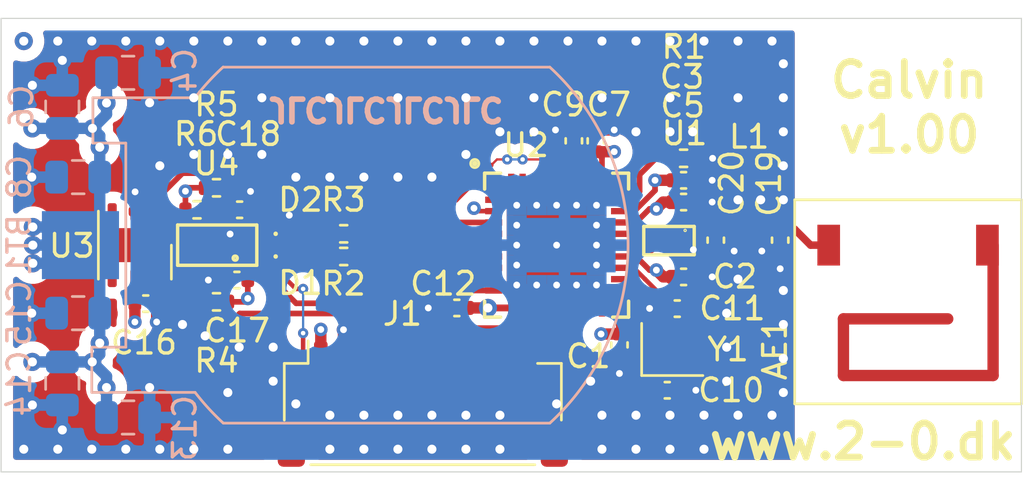
<source format=kicad_pcb>
(kicad_pcb (version 20171130) (host pcbnew 5.1.9-73d0e3b20d~88~ubuntu20.04.1)
  (title_block (title Calvin) (date 2021-04-10) (rev v1.00) (company www.2-0.dk))
  (layers (0 F.Cu signal) (1 In1.Cu power) (2 In2.Cu power) (31 B.Cu signal) (34 B.Paste user) (35 F.Paste user) (36 B.SilkS user) (37 F.SilkS user) (38 B.Mask user) (39 F.Mask user) (44 Edge.Cuts user))
  (net 0 "")
  (net 1 "Net-(AE1-Pad1)")
  (net 2 +3V3)
  (net 3 GND)
  (net 4 "Net-(C10-Pad2)")
  (net 5 "Net-(C11-Pad1)")
  (net 6 "Net-(R1-Pad1)")
  (net 7 "Net-(U1-Pad3)")
  (net 8 "Net-(U1-Pad2)")
  (net 9 "Net-(C9-Pad1)")
  (net 10 dbg_clock)
  (net 11 dbg_data)
  (net 12 dbg_reset)
  (net 13 dbg_rx)
  (net 14 dbg_tx)
  (net 15 P0_5)
  (net 16 led0)
  (net 17 led1)
  (net 18 P0_4)
  (net 19 P0_6)
  (net 20 "Net-(D1-Pad2)")
  (net 21 "Net-(D2-Pad2)")
  (net 22 i2c_scl)
  (net 23 i2c_sda)
  (net 24 "Net-(C18-Pad2)")
  (net 25 "Net-(C20-Pad1)")
  (module calvin:CR2032_HOLDER_02 (layer B.Cu) (at 147 100)
    (fp_text reference BT1 (at -16.2 0 90) (layer B.SilkS) (effects (justify mirror)))
    (fp_text value CE2032)
    (pad 1 smd trapezoid (at -13.5 0 180) (size 3.4 3) (layers B.Cu B.Paste B.Mask) (net 2 +3V3))
    (pad 2 smd trapezoid (at 7.85 0 180) (size 4.5 2.4) (layers B.Cu B.Paste B.Mask) (net 3 GND))
  )
  (module calvin:JST_SH_SM10B-SRSS-TB_1x10-1MP_P1.00mm_Horizontal (layer F.Cu) (at 148.6 107)
    (fp_text reference J1 (at -0.9 -3.97) (layer F.SilkS))
    (fp_text value Expansion)
    (pad MP smd roundrect (at 5.8 1.875) (size 1.2 1.8) (layers F.Cu F.Paste F.Mask) (roundrect_rratio 0.2083325))
    (pad MP smd roundrect (at -5.8 1.875) (size 1.2 1.8) (layers F.Cu F.Paste F.Mask) (roundrect_rratio 0.2083325))
    (pad 10 smd roundrect (at 4.5 -2) (size 0.6 1.55) (layers F.Cu F.Paste F.Mask) (net 19 P0_6))
    (pad 9 smd roundrect (at 3.5 -2) (size 0.6 1.55) (layers F.Cu F.Paste F.Mask) (net 11 dbg_data))
    (pad 8 smd roundrect (at 2.5 -2) (size 0.6 1.55) (layers F.Cu F.Paste F.Mask) (net 10 dbg_clock))
    (pad 7 smd roundrect (at 1.5 -2) (size 0.6 1.55) (layers F.Cu F.Paste F.Mask) (net 12 dbg_reset))
    (pad 6 smd roundrect (at 0.5 -2) (size 0.6 1.55) (layers F.Cu F.Paste F.Mask) (net 15 P0_5))
    (pad 5 smd roundrect (at -0.5 -2) (size 0.6 1.55) (layers F.Cu F.Paste F.Mask) (net 18 P0_4))
    (pad 4 smd roundrect (at -1.5 -2) (size 0.6 1.55) (layers F.Cu F.Paste F.Mask) (net 14 dbg_tx))
    (pad 3 smd roundrect (at -2.5 -2) (size 0.6 1.55) (layers F.Cu F.Paste F.Mask) (net 13 dbg_rx))
    (pad 2 smd roundrect (at -3.5 -2) (size 0.6 1.55) (layers F.Cu F.Paste F.Mask) (net 3 GND))
    (pad 1 smd roundrect (at -4.5 -2) (size 0.6 1.55) (layers F.Cu F.Paste F.Mask) (net 2 +3V3))
  )
  (module calvin:0868AT43A0020 (layer F.Cu) (at 170 100)
    (fp_text reference AE1 (at -5.87 4.59 90) (layer F.SilkS))
    (fp_text value 868MHz)
    (fp_line (start 3.75 0) (end 3.75 5.75) (layer F.Cu) (width 0.5))
    (fp_line (start 3.75 5.75) (end -2.85 5.75) (layer F.Cu) (width 0.5))
    (fp_line (start -2.85 5.75) (end -2.85 3.25) (layer F.Cu) (width 0.5))
    (fp_line (start -2.85 3.25) (end 1.75 3.25) (layer F.Cu) (width 0.5))
    (pad 2 smd trapezoid (at 3.5 0) (size 1 1.8) (layers F.Cu F.Paste F.Mask))
    (pad 1 smd trapezoid (at -3.5 0) (size 1 1.8) (layers F.Cu F.Paste F.Mask) (net 1 "Net-(AE1-Pad1)"))
  )
  (module calvin:BH1750 (layer F.Cu) (at 139.5 100 180)
    (fp_text reference U4 (at 0 3.6 180) (layer F.SilkS))
    (fp_text value BH1750)
    (pad 1 smd trapezoid (at -1.375 -0.5 180) (size 0.55 0.3) (layers F.Cu F.Paste F.Mask) (net 2 +3V3))
    (pad 6 smd trapezoid (at 1.375 -0.5 180) (size 0.55 0.25) (layers F.Cu F.Paste F.Mask) (net 22 i2c_scl))
    (pad 2 smd trapezoid (at -1.375 0 180) (size 0.55 0.25) (layers F.Cu F.Paste F.Mask) (net 3 GND))
    (pad 5 smd trapezoid (at 1.375 0 180) (size 0.55 0.25) (layers F.Cu F.Paste F.Mask) (net 24 "Net-(C18-Pad2)"))
    (pad 3 smd trapezoid (at -1.375 0.5 180) (size 0.55 0.25) (layers F.Cu F.Paste F.Mask) (net 3 GND))
    (pad 4 smd trapezoid (at 1.375 0.5 180) (size 0.55 0.25) (layers F.Cu F.Paste F.Mask) (net 23 i2c_sda))
  )
  (module Capacitor_SMD:C_0402_1005Metric (layer F.Cu) (at 157.2686 104.4 270)
    (fp_text reference C1 (at 0.5 1.3686 180) (layer F.SilkS))
    (fp_text value 220p)
    (pad 2 smd roundrect (at 0.48 0 270) (size 0.56 0.62) (layers F.Cu F.Paste F.Mask) (net 3 GND))
    (pad 1 smd roundrect (at -0.48 0 270) (size 0.56 0.62) (layers F.Cu F.Paste F.Mask) (net 2 +3V3))
  )
  (module Capacitor_SMD:C_0402_1005Metric (layer F.Cu) (at 160.1 101.4)
    (fp_text reference C2 (at 2.26 -0.01) (layer F.SilkS))
    (fp_text value 10n)
    (pad 2 smd roundrect (at 0.48 0) (size 0.56 0.62) (layers F.Cu F.Paste F.Mask) (net 3 GND))
    (pad 1 smd roundrect (at -0.48 0) (size 0.56 0.62) (layers F.Cu F.Paste F.Mask) (net 2 +3V3))
  )
  (module Capacitor_SMD:C_0402_1005Metric (layer F.Cu) (at 160.1 97.14)
    (fp_text reference C3 (at -0.07 -4.56) (layer F.SilkS))
    (fp_text value 2,2p)
    (pad 2 smd roundrect (at 0.48 0) (size 0.56 0.62) (layers F.Cu F.Paste F.Mask) (net 3 GND))
    (pad 1 smd roundrect (at -0.48 0) (size 0.56 0.62) (layers F.Cu F.Paste F.Mask) (net 2 +3V3))
  )
  (module Capacitor_SMD:C_0805_2012Metric (layer B.Cu) (at 135.6 92.4)
    (fp_text reference C4 (at 2.5 -0.11 90) (layer B.SilkS) (effects (justify mirror)))
    (fp_text value 10u)
    (pad 2 smd roundrect (at 0.95 0) (size 1 1.45) (layers B.Cu B.Paste B.Mask) (net 3 GND))
    (pad 1 smd roundrect (at -0.95 0) (size 1 1.45) (layers B.Cu B.Paste B.Mask) (net 2 +3V3))
  )
  (module Capacitor_SMD:C_0402_1005Metric (layer F.Cu) (at 160.1 98.1)
    (fp_text reference C5 (at -0.04 -4.25) (layer F.SilkS))
    (fp_text value 10n)
    (pad 2 smd roundrect (at 0.48 0) (size 0.56 0.62) (layers F.Cu F.Paste F.Mask) (net 3 GND))
    (pad 1 smd roundrect (at -0.48 0) (size 0.56 0.62) (layers F.Cu F.Paste F.Mask) (net 2 +3V3))
  )
  (module Capacitor_SMD:C_0805_2012Metric (layer B.Cu) (at 132.7 93.9 90)
    (fp_text reference C6 (at 0 -1.8 270) (layer B.SilkS) (effects (justify mirror)))
    (fp_text value 10u)
    (pad 2 smd roundrect (at 0.95 0 90) (size 1 1.45) (layers B.Cu B.Paste B.Mask) (net 3 GND))
    (pad 1 smd roundrect (at -0.95 0 90) (size 1 1.45) (layers B.Cu B.Paste B.Mask) (net 2 +3V3))
  )
  (module Capacitor_SMD:C_0402_1005Metric (layer F.Cu) (at 156.23 95.4 90)
    (fp_text reference C7 (at 1.6 0.57 180) (layer F.SilkS))
    (fp_text value 100n)
    (pad 2 smd roundrect (at 0.48 0 90) (size 0.56 0.62) (layers F.Cu F.Paste F.Mask) (net 3 GND))
    (pad 1 smd roundrect (at -0.48 0 90) (size 0.56 0.62) (layers F.Cu F.Paste F.Mask) (net 2 +3V3))
  )
  (module Capacitor_SMD:C_0805_2012Metric (layer B.Cu) (at 133.4 97 180)
    (fp_text reference C8 (at 2.6 0 90) (layer B.SilkS) (effects (justify mirror)))
    (fp_text value 10u)
    (pad 2 smd roundrect (at 0.95 0 180) (size 1 1.45) (layers B.Cu B.Paste B.Mask) (net 3 GND))
    (pad 1 smd roundrect (at -0.95 0 180) (size 1 1.45) (layers B.Cu B.Paste B.Mask) (net 2 +3V3))
  )
  (module Capacitor_SMD:C_0402_1005Metric (layer F.Cu) (at 155.26 95.4 90)
    (fp_text reference C9 (at 1.6 -0.46 180) (layer F.SilkS))
    (fp_text value 1u)
    (pad 2 smd roundrect (at 0.48 0 90) (size 0.56 0.62) (layers F.Cu F.Paste F.Mask) (net 3 GND))
    (pad 1 smd roundrect (at -0.48 0 90) (size 0.56 0.62) (layers F.Cu F.Paste F.Mask) (net 9 "Net-(C9-Pad1)"))
  )
  (module Capacitor_SMD:C_0402_1005Metric (layer F.Cu) (at 159.38 106.4 180)
    (fp_text reference C10 (at -2.82 0) (layer F.SilkS))
    (fp_text value 27p)
    (pad 2 smd roundrect (at 0.48 0 180) (size 0.56 0.62) (layers F.Cu F.Paste F.Mask) (net 4 "Net-(C10-Pad2)"))
    (pad 1 smd roundrect (at -0.48 0 180) (size 0.56 0.62) (layers F.Cu F.Paste F.Mask) (net 3 GND))
  )
  (module Capacitor_SMD:C_0402_1005Metric (layer F.Cu) (at 159.82 102.8 180)
    (fp_text reference C11 (at -2.43 0.01) (layer F.SilkS))
    (fp_text value 27p)
    (pad 2 smd roundrect (at 0.48 0 180) (size 0.56 0.62) (layers F.Cu F.Paste F.Mask) (net 3 GND))
    (pad 1 smd roundrect (at -0.48 0 180) (size 0.56 0.62) (layers F.Cu F.Paste F.Mask) (net 5 "Net-(C11-Pad1)"))
  )
  (module Capacitor_SMD:C_0402_1005Metric (layer F.Cu) (at 150.1 102.7686 180)
    (fp_text reference C12 (at 0.6 1.0686) (layer F.SilkS))
    (fp_text value 100n)
    (pad 2 smd roundrect (at 0.48 0 180) (size 0.56 0.62) (layers F.Cu F.Paste F.Mask) (net 3 GND))
    (pad 1 smd roundrect (at -0.48 0 180) (size 0.56 0.62) (layers F.Cu F.Paste F.Mask) (net 2 +3V3))
  )
  (module Resistor_SMD:R_0402_1005Metric (layer F.Cu) (at 160.1 96.17)
    (fp_text reference R1 (at 0.01 -4.91) (layer F.SilkS))
    (fp_text value 56k)
    (pad 2 smd roundrect (at 0.51 0) (size 0.54 0.64) (layers F.Cu F.Paste F.Mask) (net 3 GND))
    (pad 1 smd roundrect (at -0.51 0) (size 0.54 0.64) (layers F.Cu F.Paste F.Mask) (net 6 "Net-(R1-Pad1)"))
  )
  (module calvin:BALUN-CC1101 (layer F.Cu) (at 159.2686 99.75 180)
    (fp_text reference U1 (at -0.8714 4.68) (layer F.SilkS))
    (fp_text value BALUN-CC1101)
    (pad 2 smd circle (at 0.6 0.45 180) (size 0.32 0.32) (layers F.Cu F.Paste F.Mask) (net 8 "Net-(U1-Pad2)"))
    (pad 1 smd circle (at -0.6 0.45 180) (size 0.32 0.32) (layers F.Cu F.Paste F.Mask) (net 25 "Net-(C20-Pad1)"))
    (pad 4 smd circle (at -0.6 -0.45 180) (size 0.32 0.32) (layers F.Cu F.Paste F.Mask) (net 3 GND))
    (pad 3 smd circle (at 0.6 -0.45 180) (size 0.32 0.32) (layers F.Cu F.Paste F.Mask) (net 7 "Net-(U1-Pad3)"))
  )
  (module LED_SMD:LED_0402_1005Metric (layer F.Cu) (at 143.2 100.5)
    (fp_text reference D1 (at 0 1.17) (layer F.SilkS))
    (fp_text value LED)
    (pad 2 smd roundrect (at 0.485 0) (size 0.59 0.64) (layers F.Cu F.Paste F.Mask) (net 20 "Net-(D1-Pad2)"))
    (pad 1 smd roundrect (at -0.485 0) (size 0.59 0.64) (layers F.Cu F.Paste F.Mask) (net 3 GND))
  )
  (module LED_SMD:LED_0402_1005Metric (layer F.Cu) (at 143.2 99.5)
    (fp_text reference D2 (at 0 -1.5) (layer F.SilkS))
    (fp_text value LED)
    (pad 2 smd roundrect (at 0.485 0) (size 0.59 0.64) (layers F.Cu F.Paste F.Mask) (net 21 "Net-(D2-Pad2)"))
    (pad 1 smd roundrect (at -0.485 0) (size 0.59 0.64) (layers F.Cu F.Paste F.Mask) (net 3 GND))
  )
  (module Capacitor_SMD:C_0805_2012Metric (layer B.Cu) (at 135.6 107.6)
    (fp_text reference C13 (at 2.5 0.47 90) (layer B.SilkS) (effects (justify mirror)))
    (fp_text value 10u)
    (pad 2 smd roundrect (at 0.95 0) (size 1 1.45) (layers B.Cu B.Paste B.Mask) (net 3 GND))
    (pad 1 smd roundrect (at -0.95 0) (size 1 1.45) (layers B.Cu B.Paste B.Mask) (net 2 +3V3))
  )
  (module Capacitor_SMD:C_0805_2012Metric (layer B.Cu) (at 132.7 106.1 270)
    (fp_text reference C14 (at 0 1.9 90) (layer B.SilkS) (effects (justify mirror)))
    (fp_text value 10u)
    (pad 2 smd roundrect (at 0.95 0 270) (size 1 1.45) (layers B.Cu B.Paste B.Mask) (net 3 GND))
    (pad 1 smd roundrect (at -0.95 0 270) (size 1 1.45) (layers B.Cu B.Paste B.Mask) (net 2 +3V3))
  )
  (module Capacitor_SMD:C_0805_2012Metric (layer B.Cu) (at 133.4 103 180)
    (fp_text reference C15 (at 2.6 0 90) (layer B.SilkS) (effects (justify mirror)))
    (fp_text value 10u)
    (pad 2 smd roundrect (at 0.95 0 180) (size 1 1.45) (layers B.Cu B.Paste B.Mask) (net 3 GND))
    (pad 1 smd roundrect (at -0.95 0 180) (size 1 1.45) (layers B.Cu B.Paste B.Mask) (net 2 +3V3))
  )
  (module Capacitor_SMD:C_0402_1005Metric (layer F.Cu) (at 136.38 102.58 180)
    (fp_text reference C16 (at 0.08 -1.72) (layer F.SilkS))
    (fp_text value 100n)
    (pad 2 smd roundrect (at 0.48 0 180) (size 0.56 0.62) (layers F.Cu F.Paste F.Mask) (net 2 +3V3))
    (pad 1 smd roundrect (at -0.48 0 180) (size 0.56 0.62) (layers F.Cu F.Paste F.Mask) (net 3 GND))
  )
  (module Resistor_SMD:R_0402_1005Metric (layer F.Cu) (at 145.11 100.5 180)
    (fp_text reference R2 (at 0.01 -1.2) (layer F.SilkS))
    (fp_text value 1k)
    (pad 2 smd roundrect (at 0.51 0 180) (size 0.54 0.64) (layers F.Cu F.Paste F.Mask) (net 20 "Net-(D1-Pad2)"))
    (pad 1 smd roundrect (at -0.51 0 180) (size 0.54 0.64) (layers F.Cu F.Paste F.Mask) (net 16 led0))
  )
  (module Resistor_SMD:R_0402_1005Metric (layer F.Cu) (at 145.11 99.5 180)
    (fp_text reference R3 (at 0.01 1.5) (layer F.SilkS))
    (fp_text value 1k)
    (pad 2 smd roundrect (at 0.51 0 180) (size 0.54 0.64) (layers F.Cu F.Paste F.Mask) (net 21 "Net-(D2-Pad2)"))
    (pad 1 smd roundrect (at -0.51 0 180) (size 0.54 0.64) (layers F.Cu F.Paste F.Mask) (net 17 led1))
  )
  (module Resistor_SMD:R_0402_1005Metric (layer F.Cu) (at 139.5 102.5)
    (fp_text reference R4 (at 0 2.6) (layer F.SilkS))
    (fp_text value 4k7)
    (pad 2 smd roundrect (at 0.51 0) (size 0.54 0.64) (layers F.Cu F.Paste F.Mask) (net 2 +3V3))
    (pad 1 smd roundrect (at -0.51 0) (size 0.54 0.64) (layers F.Cu F.Paste F.Mask) (net 22 i2c_scl))
  )
  (module Resistor_SMD:R_0402_1005Metric (layer F.Cu) (at 139.5 97.47)
    (fp_text reference R5 (at 0 -3.67) (layer F.SilkS))
    (fp_text value 4k7)
    (pad 2 smd roundrect (at 0.51 0) (size 0.54 0.64) (layers F.Cu F.Paste F.Mask) (net 23 i2c_sda))
    (pad 1 smd roundrect (at -0.51 0) (size 0.54 0.64) (layers F.Cu F.Paste F.Mask) (net 2 +3V3))
  )
  (module Package_DFN_QFN:DFN-6-1EP_3x3mm_P1mm_EP1.5x2.4mm (layer F.Cu) (at 135.9 100 270)
    (fp_text reference U3 (at 0.03 2.78 180) (layer F.SilkS))
    (fp_text value Si7021-A20)
    (pad 7 smd rect (at 0 0 270) (size 1.5 2.4) (layers F.Cu F.Mask))
    (pad 6 smd roundrect (at 1.45 -1 270) (size 0.8 0.4) (layers F.Cu F.Paste F.Mask) (net 22 i2c_scl))
    (pad 5 smd roundrect (at 1.45 0 270) (size 0.8 0.4) (layers F.Cu F.Paste F.Mask) (net 2 +3V3))
    (pad 4 smd roundrect (at 1.45 1 270) (size 0.8 0.4) (layers F.Cu F.Paste F.Mask))
    (pad 3 smd roundrect (at -1.45 1 270) (size 0.8 0.4) (layers F.Cu F.Paste F.Mask))
    (pad 2 smd roundrect (at -1.45 0 270) (size 0.8 0.4) (layers F.Cu F.Paste F.Mask) (net 3 GND))
    (pad 1 smd roundrect (at -1.45 -1 270) (size 0.8 0.4) (layers F.Cu F.Paste F.Mask) (net 23 i2c_sda))
  )
  (module Capacitor_SMD:C_0402_1005Metric (layer F.Cu) (at 140.4 101.54)
    (fp_text reference C17 (at 0 2.23) (layer F.SilkS))
    (fp_text value 100n)
    (pad 2 smd roundrect (at 0.48 0) (size 0.56 0.62) (layers F.Cu F.Paste F.Mask) (net 2 +3V3))
    (pad 1 smd roundrect (at -0.48 0) (size 0.56 0.62) (layers F.Cu F.Paste F.Mask) (net 3 GND))
  )
  (module Capacitor_SMD:C_0402_1005Metric (layer F.Cu) (at 140.52 98.44 180)
    (fp_text reference C18 (at -0.38 3.34) (layer F.SilkS))
    (fp_text value 1u)
    (pad 2 smd roundrect (at 0.48 0 180) (size 0.56 0.62) (layers F.Cu F.Paste F.Mask) (net 24 "Net-(C18-Pad2)"))
    (pad 1 smd roundrect (at -0.48 0 180) (size 0.56 0.62) (layers F.Cu F.Paste F.Mask) (net 3 GND))
  )
  (module Resistor_SMD:R_0402_1005Metric (layer F.Cu) (at 138.64 98.44)
    (fp_text reference R6 (at -0.04 -3.34) (layer F.SilkS))
    (fp_text value 1k)
    (pad 2 smd roundrect (at 0.51 0) (size 0.54 0.64) (layers F.Cu F.Paste F.Mask) (net 24 "Net-(C18-Pad2)"))
    (pad 1 smd roundrect (at -0.51 0) (size 0.54 0.64) (layers F.Cu F.Paste F.Mask) (net 2 +3V3))
  )
  (module calvin:Crystal_SMD_2016-4Pin_2.0x1.6mm (layer F.Cu) (at 159.6 104.6)
    (fp_text reference Y1 (at 2.46 0) (layer F.SilkS))
    (fp_text value 26MHz)
    (pad 1 smd rect (at -0.7 0.55) (size 0.9 0.8) (layers F.Cu F.Paste F.Mask) (net 4 "Net-(C10-Pad2)"))
    (pad 2 smd rect (at 0.7 0.55) (size 0.9 0.8) (layers F.Cu F.Paste F.Mask) (net 3 GND))
    (pad 3 smd rect (at 0.7 -0.55) (size 0.9 0.8) (layers F.Cu F.Paste F.Mask) (net 5 "Net-(C11-Pad1)"))
    (pad 4 smd rect (at -0.7 -0.55) (size 0.9 0.8) (layers F.Cu F.Paste F.Mask) (net 3 GND))
  )
  (module Capacitor_SMD:C_0402_1005Metric (layer F.Cu) (at 164.36 99.78 90)
    (fp_text reference C19 (at 2.49 -0.49 90) (layer F.SilkS))
    (fp_text value 0,3p)
    (pad 2 smd roundrect (at 0.48 0 90) (size 0.56 0.62) (layers F.Cu F.Paste F.Mask) (net 1 "Net-(AE1-Pad1)"))
    (pad 1 smd roundrect (at -0.48 0 90) (size 0.56 0.62) (layers F.Cu F.Paste F.Mask) (net 3 GND))
  )
  (module Capacitor_SMD:C_0402_1005Metric (layer F.Cu) (at 161.52 99.78 270)
    (fp_text reference C20 (at -2.52 -0.7 90) (layer F.SilkS))
    (fp_text value 3,9p)
    (pad 1 smd roundrect (at -0.48 0 270) (size 0.56 0.62) (layers F.Cu F.Paste F.Mask) (net 25 "Net-(C20-Pad1)"))
    (pad 2 smd roundrect (at 0.48 0 270) (size 0.56 0.62) (layers F.Cu F.Paste F.Mask) (net 3 GND))
  )
  (module Inductor_SMD:L_0402_1005Metric (layer F.Cu) (at 162.94 99.3 180)
    (fp_text reference L1 (at -0.05 4.08) (layer F.SilkS))
    (fp_text value 18n)
    (pad 1 smd roundrect (at -0.485 0 180) (size 0.59 0.64) (layers F.Cu F.Paste F.Mask) (net 1 "Net-(AE1-Pad1)"))
    (pad 2 smd roundrect (at 0.485 0 180) (size 0.59 0.64) (layers F.Cu F.Paste F.Mask) (net 25 "Net-(C20-Pad1)"))
  )
  (module calvin:CC111x (layer F.Cu) (at 154.5 100)
    (fp_text reference U2 (at -1.35 -4.41) (layer F.SilkS))
    (fp_text value CC1110F32RHH)
    (pad 1 smd rect (at -2.775 -2) (size 0.75 0.28) (layers F.Cu F.Paste F.Mask) (clearance 0.075))
    (pad 2 smd rect (at -2.775 -1.5) (size 0.75 0.28) (layers F.Cu F.Paste F.Mask) (net 2 +3V3) (clearance 0.075))
    (pad 3 smd rect (at -2.775 -1) (size 0.75 0.28) (layers F.Cu F.Paste F.Mask) (net 17 led1) (clearance 0.075))
    (pad 4 smd rect (at -2.775 -0.5) (size 0.75 0.28) (layers F.Cu F.Paste F.Mask) (net 16 led0) (clearance 0.075))
    (pad 5 smd rect (at -2.775 0) (size 0.75 0.28) (layers F.Cu F.Paste F.Mask) (net 23 i2c_sda) (clearance 0.075))
    (pad 6 smd rect (at -2.775 0.5) (size 0.75 0.28) (layers F.Cu F.Paste F.Mask) (net 22 i2c_scl) (clearance 0.075))
    (pad 7 smd rect (at -2.775 1) (size 0.75 0.28) (layers F.Cu F.Paste F.Mask) (net 13 dbg_rx) (clearance 0.075))
    (pad 8 smd rect (at -2.775 1.5) (size 0.75 0.28) (layers F.Cu F.Paste F.Mask) (net 14 dbg_tx) (clearance 0.075))
    (pad 9 smd rect (at -2.775 2) (size 0.75 0.28) (layers F.Cu F.Paste F.Mask) (net 18 P0_4) (clearance 0.075))
    (pad 10 smd rect (at -2 2.775 90) (size 0.75 0.28) (layers F.Cu F.Paste F.Mask) (net 2 +3V3) (clearance 0.075))
    (pad 11 smd rect (at -1.5 2.775 90) (size 0.75 0.28) (layers F.Cu F.Paste F.Mask) (net 15 P0_5) (clearance 0.075))
    (pad 12 smd rect (at -1 2.775 90) (size 0.75 0.28) (layers F.Cu F.Paste F.Mask) (net 19 P0_6) (clearance 0.075))
    (pad 13 smd rect (at -0.5 2.775 90) (size 0.75 0.28) (layers F.Cu F.Paste F.Mask) (clearance 0.075))
    (pad 14 smd rect (at 0 2.775 90) (size 0.75 0.28) (layers F.Cu F.Paste F.Mask) (clearance 0.075))
    (pad 15 smd rect (at 0.5 2.775 90) (size 0.75 0.28) (layers F.Cu F.Paste F.Mask) (net 11 dbg_data) (clearance 0.075))
    (pad 16 smd rect (at 1 2.775 90) (size 0.75 0.28) (layers F.Cu F.Paste F.Mask) (net 10 dbg_clock) (clearance 0.075))
    (pad 17 smd rect (at 1.5 2.775 90) (size 0.75 0.28) (layers F.Cu F.Paste F.Mask) (clearance 0.075))
    (pad 18 smd rect (at 2 2.775 90) (size 0.75 0.28) (layers F.Cu F.Paste F.Mask) (clearance 0.075))
    (pad 19 smd rect (at 2.775 2) (size 0.75 0.28) (layers F.Cu F.Paste F.Mask) (net 2 +3V3) (clearance 0.075))
    (pad 20 smd rect (at 2.775 1.5) (size 0.75 0.28) (layers F.Cu F.Paste F.Mask) (net 4 "Net-(C10-Pad2)") (clearance 0.075))
    (pad 21 smd rect (at 2.775 1) (size 0.75 0.28) (layers F.Cu F.Paste F.Mask) (net 5 "Net-(C11-Pad1)") (clearance 0.075))
    (pad 22 smd rect (at 2.775 0.5) (size 0.75 0.28) (layers F.Cu F.Paste F.Mask) (net 2 +3V3) (clearance 0.075))
    (pad 23 smd rect (at 2.775 0) (size 0.75 0.28) (layers F.Cu F.Paste F.Mask) (net 7 "Net-(U1-Pad3)") (clearance 0.075))
    (pad 24 smd rect (at 2.775 -0.5) (size 0.75 0.28) (layers F.Cu F.Paste F.Mask) (net 8 "Net-(U1-Pad2)") (clearance 0.075))
    (pad 25 smd rect (at 2.775 -1) (size 0.75 0.28) (layers F.Cu F.Paste F.Mask) (net 2 +3V3) (clearance 0.075))
    (pad 26 smd rect (at 2.775 -1.5) (size 0.75 0.28) (layers F.Cu F.Paste F.Mask) (net 2 +3V3) (clearance 0.075))
    (pad 27 smd rect (at 2.775 -2) (size 0.75 0.28) (layers F.Cu F.Paste F.Mask) (net 6 "Net-(R1-Pad1)") (clearance 0.075))
    (pad 28 smd rect (at 2 -2.775 90) (size 0.75 0.28) (layers F.Cu F.Paste F.Mask) (net 2 +3V3) (clearance 0.075))
    (pad 29 smd rect (at 1.5 -2.775 90) (size 0.75 0.28) (layers F.Cu F.Paste F.Mask) (net 2 +3V3) (clearance 0.075))
    (pad 30 smd rect (at 1 -2.775 90) (size 0.75 0.28) (layers F.Cu F.Paste F.Mask) (net 9 "Net-(C9-Pad1)") (clearance 0.075))
    (pad 31 smd rect (at 0.5 -2.775 90) (size 0.75 0.28) (layers F.Cu F.Paste F.Mask) (net 12 dbg_reset) (clearance 0.075))
    (pad 32 smd rect (at 0 -2.775 90) (size 0.75 0.28) (layers F.Cu F.Paste F.Mask) (clearance 0.075))
    (pad 33 smd rect (at -0.5 -2.775 90) (size 0.75 0.28) (layers F.Cu F.Paste F.Mask) (clearance 0.075))
    (pad 34 smd rect (at -1 -2.775 90) (size 0.75 0.28) (layers F.Cu F.Paste F.Mask) (clearance 0.075))
    (pad 35 smd rect (at -1.5 -2.775 90) (size 0.75 0.28) (layers F.Cu F.Paste F.Mask) (clearance 0.075))
    (pad 36 smd rect (at -2 -2.775 90) (size 0.75 0.28) (layers F.Cu F.Paste F.Mask) (clearance 0.075))
    (pad 37 thru_hole rect (at 1.76 1.76) (size 0.88 0.88) (drill 0.3) (layers *.Cu) (net 3 GND))
    (pad 37 thru_hole rect (at 0 -1.76) (size 0.88 0.88) (drill 0.3) (layers *.Cu) (net 3 GND))
    (pad 37 thru_hole rect (at 0.88 -1.76) (size 0.88 0.88) (drill 0.3) (layers *.Cu) (net 3 GND))
    (pad 37 thru_hole rect (at 1.76 -1.76) (size 0.88 0.88) (drill 0.3) (layers *.Cu) (net 3 GND))
    (pad 37 smd rect (at 0 -0.88) (size 0.88 0.88) (layers F.Cu F.Paste F.Mask) (net 3 GND))
    (pad 37 smd rect (at 0.88 -0.88) (size 0.88 0.88) (layers F.Cu F.Paste F.Mask) (net 3 GND))
    (pad 37 thru_hole rect (at 1.76 -0.88) (size 0.88 0.88) (drill 0.3) (layers *.Cu) (net 3 GND))
    (pad 37 thru_hole rect (at 1.76 0) (size 0.88 0.88) (drill 0.3) (layers *.Cu) (net 3 GND))
    (pad 37 thru_hole rect (at 0 0) (size 0.88 0.88) (drill 0.3) (layers *.Cu) (net 3 GND))
    (pad 37 smd rect (at 0 0.88) (size 0.88 0.88) (layers F.Cu F.Paste F.Mask) (net 3 GND))
    (pad 37 thru_hole rect (at 0 1.76) (size 0.88 0.88) (drill 0.3) (layers *.Cu) (net 3 GND))
    (pad 37 smd rect (at 0.88 0) (size 0.88 0.88) (layers F.Cu F.Paste F.Mask) (net 3 GND))
    (pad 37 smd trapezoid (at 0.88 0.88) (size 0.88 0.88) (layers F.Cu F.Paste F.Mask) (net 3 GND))
    (pad 37 thru_hole rect (at 0.88 1.76) (size 0.88 0.88) (drill 0.3) (layers *.Cu) (net 3 GND))
    (pad 37 thru_hole rect (at 1.76 0.88) (size 0.88 0.88) (drill 0.3) (layers *.Cu) (net 3 GND))
    (pad 37 thru_hole rect (at -1.76 -1.76) (size 0.88 0.88) (drill 0.3) (layers *.Cu) (net 3 GND))
    (pad 37 smd rect (at -0.88 0) (size 0.88 0.88) (layers F.Cu F.Paste F.Mask) (net 3 GND))
    (pad 37 smd rect (at -0.88 0.88) (size 0.88 0.88) (layers F.Cu F.Paste F.Mask) (net 3 GND))
    (pad 37 thru_hole rect (at -0.88 1.76) (size 0.88 0.88) (drill 0.3) (layers *.Cu) (net 3 GND))
    (pad 37 thru_hole rect (at -1.76 0) (size 0.88 0.88) (drill 0.3) (layers *.Cu) (net 3 GND))
    (pad 37 thru_hole rect (at -1.76 0.88) (size 0.88 0.88) (drill 0.3) (layers *.Cu) (net 3 GND))
    (pad 37 thru_hole rect (at -1.76 1.76) (size 0.88 0.88) (drill 0.3) (layers *.Cu) (net 3 GND))
    (pad 37 thru_hole rect (at -0.88 -1.76) (size 0.88 0.88) (drill 0.3) (layers *.Cu) (net 3 GND))
    (pad 37 smd rect (at -0.88 -0.88) (size 0.88 0.88) (layers F.Cu F.Paste F.Mask) (net 3 GND))
    (pad 37 thru_hole rect (at -1.76 -0.88) (size 0.88 0.88) (drill 0.3) (layers *.Cu) (net 3 GND))
  )
  (gr_text www.2-0.dk (at 168 108.67) (layer F.SilkS) (effects (font (size 1.5 1.5) (thickness 0.3))))
  (gr_text JLCJLCJLCJLC (at 146.97 94.01 180) (layer B.SilkS) (effects (font (size 1 1) (thickness 0.25)) (justify mirror)))
  (gr_text "Calvin\nv1.00" (at 170.05 93.93) (layer F.SilkS) (effects (font (size 1.5 1.5) (thickness 0.3))))
  (gr_line (start 130 110) (end 130 90) (layer Edge.Cuts) (width 0.05))
  (gr_line (start 175 110) (end 130 110) (layer Edge.Cuts) (width 0.05))
  (gr_line (start 175 90) (end 175 110) (layer Edge.Cuts) (width 0.05))
  (gr_line (start 130 90) (end 175 90) (layer Edge.Cuts) (width 0.05))
  (via (at 131 91) (size 0.8) (drill 0.4) (layers F.Cu B.Cu) (net 0))
  (segment (start 163.425 99.3) (end 164.36 99.3) (width 0.33) (layer F.Cu) (net 1))
  (segment (start 165 99.3) (end 164.36 99.3) (width 0.33) (layer F.Cu) (net 1))
  (segment (start 165.7 100) (end 165 99.3) (width 0.33) (layer F.Cu) (net 1))
  (segment (start 166.5 100) (end 165.7 100) (width 0.33) (layer F.Cu) (net 1))
  (segment (start 157.2686 100.499999) (end 157.999999 100.499999) (width 0.25) (layer F.Cu) (net 2))
  (via (at 158.9 101.1) (size 0.6) (drill 0.3) (layers F.Cu B.Cu) (net 2))
  (segment (start 158.6 101.1) (end 158.9 101.1) (width 0.25) (layer F.Cu) (net 2))
  (segment (start 157.999999 100.499999) (end 158.6 101.1) (width 0.25) (layer F.Cu) (net 2))
  (segment (start 159.2 101.4) (end 158.9 101.1) (width 0.5) (layer F.Cu) (net 2))
  (segment (start 159.62 101.4) (end 159.2 101.4) (width 0.5) (layer F.Cu) (net 2))
  (via (at 158.9 98.4) (size 0.6) (drill 0.3) (layers F.Cu B.Cu) (net 2))
  (segment (start 159.2 98.1) (end 158.9 98.4) (width 0.5) (layer F.Cu) (net 2))
  (segment (start 159.62 98.1) (end 159.2 98.1) (width 0.5) (layer F.Cu) (net 2))
  (segment (start 158.6 98.4) (end 158.9 98.4) (width 0.25) (layer F.Cu) (net 2))
  (segment (start 158.000001 98.999999) (end 158.6 98.4) (width 0.25) (layer F.Cu) (net 2))
  (segment (start 157.2686 98.999999) (end 158.000001 98.999999) (width 0.25) (layer F.Cu) (net 2))
  (via (at 158.84 97.14) (size 0.6) (drill 0.3) (layers F.Cu B.Cu) (net 2))
  (segment (start 158.84 97.14) (end 159.62 97.14) (width 0.5) (layer F.Cu) (net 2))
  (segment (start 157.2686 98.5) (end 157.926411 98.5) (width 0.25) (layer F.Cu) (net 2))
  (segment (start 157.926411 98.5) (end 158.84 97.586411) (width 0.25) (layer F.Cu) (net 2))
  (segment (start 158.84 97.586411) (end 158.84 97.14) (width 0.25) (layer F.Cu) (net 2))
  (via (at 157.04 95.88) (size 0.6) (drill 0.3) (layers F.Cu B.Cu) (net 2))
  (segment (start 156.23 95.88) (end 157.04 95.88) (width 0.5) (layer F.Cu) (net 2))
  (segment (start 156 96.11) (end 156.23 95.88) (width 0.25) (layer F.Cu) (net 2))
  (segment (start 156 97.2314) (end 156 96.11) (width 0.25) (layer F.Cu) (net 2))
  (segment (start 156.500001 96.150001) (end 156.23 95.88) (width 0.25) (layer F.Cu) (net 2))
  (segment (start 156.500001 97.2314) (end 156.500001 96.150001) (width 0.25) (layer F.Cu) (net 2))
  (via (at 134.65 93.73) (size 0.8) (drill 0.4) (layers F.Cu B.Cu) (net 2))
  (segment (start 134.65 92.4) (end 134.65 93.73) (width 0.5) (layer B.Cu) (net 2))
  (via (at 134.03 94.85) (size 0.8) (drill 0.4) (layers F.Cu B.Cu) (net 2))
  (segment (start 132.7 94.85) (end 134.03 94.85) (width 0.5) (layer B.Cu) (net 2))
  (via (at 134.02 105.15) (size 0.8) (drill 0.4) (layers F.Cu B.Cu) (net 2))
  (segment (start 132.7 105.15) (end 134.02 105.15) (width 0.5) (layer B.Cu) (net 2))
  (via (at 134.65 106.28) (size 0.8) (drill 0.4) (layers F.Cu B.Cu) (net 2))
  (segment (start 134.65 107.6) (end 134.65 106.28) (width 0.5) (layer B.Cu) (net 2))
  (via (at 131.38 105.15) (size 0.8) (drill 0.4) (layers F.Cu B.Cu) (net 2))
  (segment (start 132.7 105.15) (end 131.38 105.15) (width 0.5) (layer B.Cu) (net 2))
  (via (at 131.38 94.85) (size 0.8) (drill 0.4) (layers F.Cu B.Cu) (net 2))
  (segment (start 132.7 94.85) (end 131.38 94.85) (width 0.5) (layer B.Cu) (net 2))
  (segment (start 133.5 100) (end 135 100) (width 0.25) (layer B.Cu) (net 2))
  (via (at 151.47 102.7686) (size 0.8) (drill 0.4) (layers F.Cu B.Cu) (net 2))
  (segment (start 152.499999 102.7686) (end 151.47 102.7686) (width 0.3) (layer F.Cu) (net 2))
  (segment (start 150.58 102.7686) (end 151.47 102.7686) (width 0.5) (layer F.Cu) (net 2))
  (via (at 135.9 103.39) (size 0.6) (drill 0.3) (layers F.Cu B.Cu) (net 2))
  (segment (start 157.2686 102.000001) (end 157.2686 103.92) (width 0.3) (layer F.Cu) (net 2))
  (via (at 156.46 103.92) (size 0.6) (drill 0.3) (layers F.Cu B.Cu) (net 2))
  (segment (start 157.2686 103.92) (end 156.46 103.92) (width 0.5) (layer F.Cu) (net 2))
  (via (at 131.4 100.8) (size 0.8) (drill 0.4) (layers F.Cu B.Cu) (net 2))
  (via (at 131.4 100) (size 0.8) (drill 0.4) (layers F.Cu B.Cu) (net 2))
  (via (at 131.4 99.2) (size 0.8) (drill 0.4) (layers F.Cu B.Cu) (net 2))
  (segment (start 133.5 100) (end 133.5 99.8) (width 0.25) (layer B.Cu) (net 2))
  (segment (start 132.9 99.2) (end 131.4 99.2) (width 0.5) (layer B.Cu) (net 2))
  (segment (start 133.5 99.8) (end 132.9 99.2) (width 0.25) (layer B.Cu) (net 2))
  (segment (start 133.5 100) (end 133.5 100.2) (width 0.25) (layer B.Cu) (net 2))
  (segment (start 132.9 100.8) (end 131.4 100.8) (width 0.5) (layer B.Cu) (net 2))
  (segment (start 133.5 100.2) (end 132.9 100.8) (width 0.25) (layer B.Cu) (net 2))
  (segment (start 131.4 100) (end 133.5 100) (width 0.5) (layer B.Cu) (net 2))
  (segment (start 134.35 99.15) (end 133.5 100) (width 0.25) (layer B.Cu) (net 2))
  (segment (start 134.35 97) (end 134.35 99.15) (width 0.5) (layer B.Cu) (net 2))
  (segment (start 134.35 100.85) (end 133.5 100) (width 0.25) (layer B.Cu) (net 2))
  (segment (start 134.35 103) (end 134.35 100.85) (width 0.5) (layer B.Cu) (net 2))
  (via (at 134.35 104.319994) (size 0.8) (drill 0.4) (layers F.Cu B.Cu) (net 2))
  (segment (start 134.35 103) (end 134.35 104.319994) (width 0.5) (layer B.Cu) (net 2))
  (via (at 134.35 95.680004) (size 0.8) (drill 0.4) (layers F.Cu B.Cu) (net 2))
  (segment (start 134.35 97) (end 134.35 95.680004) (width 0.5) (layer B.Cu) (net 2))
  (segment (start 134.35 95.17) (end 134.03 94.85) (width 0.5) (layer B.Cu) (net 2))
  (segment (start 134.35 95.680004) (end 134.35 95.17) (width 0.5) (layer B.Cu) (net 2))
  (segment (start 134.35 104.82) (end 134.02 105.15) (width 0.5) (layer B.Cu) (net 2))
  (segment (start 134.35 104.319994) (end 134.35 104.82) (width 0.5) (layer B.Cu) (net 2))
  (segment (start 134.65 105.78) (end 134.02 105.15) (width 0.5) (layer B.Cu) (net 2))
  (segment (start 134.65 106.28) (end 134.65 105.78) (width 0.5) (layer B.Cu) (net 2))
  (segment (start 134.65 94.23) (end 134.03 94.85) (width 0.5) (layer B.Cu) (net 2))
  (segment (start 134.65 93.73) (end 134.65 94.23) (width 0.5) (layer B.Cu) (net 2))
  (segment (start 135.9 102.58) (end 135.9 103.39) (width 0.5) (layer F.Cu) (net 2))
  (segment (start 135.9 101.45) (end 135.9 102.58) (width 0.25) (layer F.Cu) (net 2))
  (via (at 138.13 97.62) (size 0.6) (drill 0.3) (layers F.Cu B.Cu) (net 2))
  (segment (start 138.13 98.44) (end 138.13 97.62) (width 0.25) (layer F.Cu) (net 2))
  (via (at 140.88 102.35) (size 0.6) (drill 0.3) (layers F.Cu B.Cu) (net 2))
  (segment (start 140.88 101.54) (end 140.88 102.35) (width 0.25) (layer F.Cu) (net 2))
  (segment (start 140.875 101.535) (end 140.88 101.54) (width 0.2) (layer F.Cu) (net 2))
  (segment (start 140.875 100.5) (end 140.875 101.535) (width 0.25) (layer F.Cu) (net 2))
  (segment (start 138.28 97.47) (end 138.13 97.62) (width 0.25) (layer F.Cu) (net 2))
  (segment (start 138.99 97.47) (end 138.28 97.47) (width 0.25) (layer F.Cu) (net 2))
  (segment (start 140.73 102.5) (end 140.88 102.35) (width 0.25) (layer F.Cu) (net 2))
  (segment (start 140.01 102.5) (end 140.73 102.5) (width 0.25) (layer F.Cu) (net 2))
  (via (at 150.855117 98.37001) (size 0.6) (drill 0.3) (layers F.Cu B.Cu) (net 2))
  (segment (start 150.985107 98.5) (end 150.855117 98.37001) (width 0.2) (layer F.Cu) (net 2))
  (segment (start 151.7314 98.5) (end 150.985107 98.5) (width 0.2) (layer F.Cu) (net 2))
  (via (at 144.1 103.719994) (size 0.6) (drill 0.3) (layers F.Cu B.Cu) (net 2))
  (segment (start 144.1 103.719994) (end 144.1 105) (width 0.5) (layer F.Cu) (net 2))
  (via (at 160.64 106.4) (size 0.6) (drill 0.3) (layers F.Cu B.Cu) (net 3))
  (segment (start 159.86 106.4) (end 160.64 106.4) (width 0.2) (layer F.Cu) (net 3))
  (segment (start 160.3 106.06) (end 160.64 106.4) (width 0.2) (layer F.Cu) (net 3))
  (via (at 161.36 98.1) (size 0.6) (drill 0.3) (layers F.Cu B.Cu) (net 3))
  (segment (start 160.58 98.1) (end 161.36 98.1) (width 0.5) (layer F.Cu) (net 3))
  (via (at 161.36 97.14) (size 0.6) (drill 0.3) (layers F.Cu B.Cu) (net 3))
  (segment (start 160.58 97.14) (end 161.36 97.14) (width 0.5) (layer F.Cu) (net 3))
  (via (at 161.38 96.17) (size 0.6) (drill 0.3) (layers F.Cu B.Cu) (net 3))
  (segment (start 160.61 96.17) (end 161.38 96.17) (width 0.25) (layer F.Cu) (net 3))
  (via (at 157.04 94.92) (size 0.6) (drill 0.3) (layers F.Cu B.Cu) (net 3))
  (segment (start 156.23 94.92) (end 157.04 94.92) (width 0.5) (layer F.Cu) (net 3))
  (via (at 154.45 94.92) (size 0.6) (drill 0.3) (layers F.Cu B.Cu) (net 3))
  (segment (start 155.26 94.92) (end 154.45 94.92) (width 0.5) (layer F.Cu) (net 3))
  (segment (start 160.3 106.06) (end 160.3 105.15) (width 0.2) (layer F.Cu) (net 3))
  (via (at 157.27 105.66) (size 0.6) (drill 0.3) (layers F.Cu B.Cu) (net 3))
  (segment (start 157.2686 104.88) (end 157.2686 105.6586) (width 0.5) (layer F.Cu) (net 3))
  (segment (start 157.2686 105.6586) (end 157.27 105.66) (width 0.25) (layer F.Cu) (net 3))
  (via (at 132.7 91.85) (size 0.8) (drill 0.4) (layers F.Cu B.Cu) (net 3))
  (segment (start 132.7 92.95) (end 132.7 91.85) (width 0.5) (layer B.Cu) (net 3))
  (via (at 131.35 97) (size 0.8) (drill 0.4) (layers F.Cu B.Cu) (net 3))
  (segment (start 132.45 97) (end 131.35 97) (width 0.5) (layer B.Cu) (net 3))
  (via (at 131.35 103) (size 0.8) (drill 0.4) (layers F.Cu B.Cu) (net 3))
  (segment (start 132.45 103) (end 131.35 103) (width 0.5) (layer B.Cu) (net 3))
  (via (at 132.7 108.15) (size 0.8) (drill 0.4) (layers F.Cu B.Cu) (net 3))
  (segment (start 132.7 107.05) (end 132.7 108.15) (width 0.5) (layer B.Cu) (net 3))
  (via (at 136.55 106.28) (size 0.8) (drill 0.4) (layers F.Cu B.Cu) (net 3))
  (segment (start 136.55 107.6) (end 136.55 106.28) (width 0.5) (layer B.Cu) (net 3))
  (via (at 131.38 107.05) (size 0.8) (drill 0.4) (layers F.Cu B.Cu) (net 3))
  (segment (start 132.7 107.05) (end 131.38 107.05) (width 0.5) (layer B.Cu) (net 3))
  (via (at 131.38 92.95) (size 0.8) (drill 0.4) (layers F.Cu B.Cu) (net 3))
  (segment (start 132.7 92.95) (end 131.38 92.95) (width 0.5) (layer B.Cu) (net 3))
  (via (at 136.55 93.72) (size 0.8) (drill 0.4) (layers F.Cu B.Cu) (net 3))
  (segment (start 136.55 92.4) (end 136.55 93.72) (width 0.5) (layer B.Cu) (net 3))
  (via (at 148.84 102.77) (size 0.6) (drill 0.3) (layers F.Cu B.Cu) (net 3))
  (segment (start 148.8414 102.7686) (end 148.84 102.77) (width 0.25) (layer F.Cu) (net 3))
  (segment (start 149.62 102.7686) (end 148.8414 102.7686) (width 0.5) (layer F.Cu) (net 3))
  (via (at 136.86 103.39) (size 0.6) (drill 0.3) (layers F.Cu B.Cu) (net 3))
  (via (at 158.6 102.79) (size 0.6) (drill 0.3) (layers F.Cu B.Cu) (net 3))
  (segment (start 158.61 102.8) (end 158.6 102.79) (width 0.25) (layer F.Cu) (net 3))
  (segment (start 159.34 102.8) (end 158.61 102.8) (width 0.25) (layer F.Cu) (net 3))
  (segment (start 158.9 103.09) (end 158.6 102.79) (width 0.25) (layer F.Cu) (net 3))
  (segment (start 158.9 104.05) (end 158.9 103.09) (width 0.25) (layer F.Cu) (net 3))
  (via (at 135.91 97.65) (size 0.6) (drill 0.3) (layers F.Cu B.Cu) (net 3))
  (segment (start 135.9 97.66) (end 135.91 97.65) (width 0.25) (layer F.Cu) (net 3))
  (segment (start 135.9 98.55) (end 135.9 97.66) (width 0.25) (layer F.Cu) (net 3))
  (segment (start 136.86 102.58) (end 136.86 103.39) (width 0.5) (layer F.Cu) (net 3))
  (segment (start 141.11 98.56) (end 141.12 98.55) (width 0.25) (layer F.Cu) (net 3))
  (via (at 141 97.63) (size 0.6) (drill 0.3) (layers F.Cu B.Cu) (net 3))
  (segment (start 141 98.44) (end 141 97.63) (width 0.25) (layer F.Cu) (net 3))
  (via (at 140.1 99.51) (size 0.6) (drill 0.3) (layers F.Cu B.Cu) (net 3))
  (segment (start 140.11 99.5) (end 140.1 99.51) (width 0.2) (layer F.Cu) (net 3))
  (segment (start 140.875 99.5) (end 140.11 99.5) (width 0.2) (layer F.Cu) (net 3))
  (segment (start 140.59 100) (end 140.1 99.51) (width 0.2) (layer F.Cu) (net 3))
  (segment (start 140.875 100) (end 140.59 100) (width 0.2) (layer F.Cu) (net 3))
  (via (at 139.140012 101.54) (size 0.6) (drill 0.3) (layers F.Cu B.Cu) (net 3))
  (segment (start 139.92 101.54) (end 139.140012 101.54) (width 0.5) (layer F.Cu) (net 3))
  (via (at 142.71 98.68) (size 0.6) (drill 0.3) (layers F.Cu B.Cu) (net 3))
  (segment (start 142.715 98.685) (end 142.71 98.68) (width 0.25) (layer F.Cu) (net 3))
  (segment (start 142.715 99.5) (end 142.715 98.685) (width 0.25) (layer F.Cu) (net 3))
  (segment (start 142.715 99.5) (end 142.715 100.5) (width 0.2) (layer F.Cu) (net 3))
  (via (at 145.1 103.730004) (size 0.6) (drill 0.3) (layers F.Cu B.Cu) (net 3))
  (segment (start 145.1 105) (end 145.1 103.730004) (width 0.5) (layer F.Cu) (net 3))
  (via (at 163.55 100.26) (size 0.6) (drill 0.3) (layers F.Cu B.Cu) (net 3))
  (segment (start 164.36 100.26) (end 163.55 100.26) (width 0.5) (layer F.Cu) (net 3))
  (via (at 164.36 101.04) (size 0.6) (drill 0.3) (layers F.Cu B.Cu) (net 3))
  (segment (start 164.36 100.26) (end 164.36 101.04) (width 0.5) (layer F.Cu) (net 3))
  (via (at 162.33 100.26) (size 0.6) (drill 0.3) (layers F.Cu B.Cu) (net 3))
  (segment (start 161.52 100.26) (end 162.33 100.26) (width 0.5) (layer F.Cu) (net 3))
  (via (at 160.53 100.2) (size 0.6) (drill 0.3) (layers F.Cu B.Cu) (net 3))
  (segment (start 160.59 100.26) (end 160.53 100.2) (width 0.5) (layer F.Cu) (net 3))
  (segment (start 161.52 100.26) (end 160.59 100.26) (width 0.5) (layer F.Cu) (net 3))
  (segment (start 159.8686 100.2) (end 160.53 100.2) (width 0.5) (layer F.Cu) (net 3))
  (via (at 161.36002 101.4) (size 0.6) (drill 0.3) (layers F.Cu B.Cu) (net 3))
  (segment (start 160.58 101.4) (end 161.36002 101.4) (width 0.5) (layer F.Cu) (net 3))
  (via (at 132.5 91) (size 0.8) (drill 0.4) (layers F.Cu B.Cu) (net 3))
  (via (at 134 91) (size 0.8) (drill 0.4) (layers F.Cu B.Cu) (net 3))
  (via (at 135.5 91) (size 0.8) (drill 0.4) (layers F.Cu B.Cu) (net 3))
  (via (at 137 91) (size 0.8) (drill 0.4) (layers F.Cu B.Cu) (net 3))
  (via (at 138.5 91) (size 0.8) (drill 0.4) (layers F.Cu B.Cu) (net 3))
  (via (at 140 91) (size 0.8) (drill 0.4) (layers F.Cu B.Cu) (net 3))
  (via (at 141.5 91) (size 0.8) (drill 0.4) (layers F.Cu B.Cu) (net 3))
  (via (at 143 91) (size 0.8) (drill 0.4) (layers F.Cu B.Cu) (net 3))
  (via (at 144.5 91) (size 0.8) (drill 0.4) (layers F.Cu B.Cu) (net 3))
  (via (at 146 91) (size 0.8) (drill 0.4) (layers F.Cu B.Cu) (net 3))
  (via (at 147.5 91) (size 0.8) (drill 0.4) (layers F.Cu B.Cu) (net 3))
  (via (at 149 91) (size 0.8) (drill 0.4) (layers F.Cu B.Cu) (net 3))
  (via (at 150.5 91) (size 0.8) (drill 0.4) (layers F.Cu B.Cu) (net 3))
  (via (at 152 91) (size 0.8) (drill 0.4) (layers F.Cu B.Cu) (net 3))
  (via (at 153.5 91) (size 0.8) (drill 0.4) (layers F.Cu B.Cu) (net 3))
  (via (at 155 91) (size 0.8) (drill 0.4) (layers F.Cu B.Cu) (net 3))
  (via (at 156.5 91) (size 0.8) (drill 0.4) (layers F.Cu B.Cu) (net 3))
  (via (at 158 91) (size 0.8) (drill 0.4) (layers F.Cu B.Cu) (net 3))
  (via (at 159.5 91) (size 0.8) (drill 0.4) (layers F.Cu B.Cu) (net 3))
  (via (at 161 91) (size 0.8) (drill 0.4) (layers F.Cu B.Cu) (net 3))
  (via (at 162.5 91) (size 0.8) (drill 0.4) (layers F.Cu B.Cu) (net 3))
  (via (at 164 91) (size 0.8) (drill 0.4) (layers F.Cu B.Cu) (net 3))
  (via (at 164.5 92) (size 0.8) (drill 0.4) (layers F.Cu B.Cu) (net 3))
  (via (at 164.5 93.5) (size 0.8) (drill 0.4) (layers F.Cu B.Cu) (net 3))
  (via (at 164.5 95) (size 0.8) (drill 0.4) (layers F.Cu B.Cu) (net 3))
  (via (at 164.5 96.5) (size 0.8) (drill 0.4) (layers F.Cu B.Cu) (net 3))
  (via (at 164.5 98) (size 0.8) (drill 0.4) (layers F.Cu B.Cu) (net 3))
  (via (at 163.5 98) (size 0.8) (drill 0.4) (layers F.Cu B.Cu) (net 3))
  (via (at 162.5 98) (size 0.8) (drill 0.4) (layers F.Cu B.Cu) (net 3))
  (via (at 164 107.5) (size 0.8) (drill 0.4) (layers F.Cu B.Cu) (net 3))
  (via (at 164.5 106.5) (size 0.8) (drill 0.4) (layers F.Cu B.Cu) (net 3))
  (via (at 164.5 105) (size 0.8) (drill 0.4) (layers F.Cu B.Cu) (net 3))
  (via (at 164.5 103.5) (size 0.8) (drill 0.4) (layers F.Cu B.Cu) (net 3))
  (via (at 164.5 102) (size 0.8) (drill 0.4) (layers F.Cu B.Cu) (net 3))
  (via (at 161 109) (size 0.8) (drill 0.4) (layers F.Cu B.Cu) (net 3))
  (via (at 159.5 109) (size 0.8) (drill 0.4) (layers F.Cu B.Cu) (net 3))
  (via (at 158 109) (size 0.8) (drill 0.4) (layers F.Cu B.Cu) (net 3))
  (via (at 156.5 109) (size 0.8) (drill 0.4) (layers F.Cu B.Cu) (net 3))
  (via (at 152 109) (size 0.8) (drill 0.4) (layers F.Cu B.Cu) (net 3))
  (via (at 150.5 109) (size 0.8) (drill 0.4) (layers F.Cu B.Cu) (net 3))
  (via (at 149 109) (size 0.8) (drill 0.4) (layers F.Cu B.Cu) (net 3))
  (via (at 147.5 109) (size 0.8) (drill 0.4) (layers F.Cu B.Cu) (net 3))
  (via (at 146 109) (size 0.8) (drill 0.4) (layers F.Cu B.Cu) (net 3))
  (via (at 144.5 109) (size 0.8) (drill 0.4) (layers F.Cu B.Cu) (net 3))
  (via (at 154.5 107) (size 0.8) (drill 0.4) (layers F.Cu B.Cu) (net 3))
  (via (at 140 109) (size 0.8) (drill 0.4) (layers F.Cu B.Cu) (net 3))
  (via (at 138.5 109) (size 0.8) (drill 0.4) (layers F.Cu B.Cu) (net 3))
  (via (at 137 109) (size 0.8) (drill 0.4) (layers F.Cu B.Cu) (net 3))
  (via (at 135.5 109) (size 0.8) (drill 0.4) (layers F.Cu B.Cu) (net 3))
  (via (at 134 109) (size 0.8) (drill 0.4) (layers F.Cu B.Cu) (net 3))
  (via (at 132.5 109) (size 0.8) (drill 0.4) (layers F.Cu B.Cu) (net 3))
  (via (at 131 109) (size 0.8) (drill 0.4) (layers F.Cu B.Cu) (net 3))
  (via (at 138 103.5) (size 0.8) (drill 0.4) (layers F.Cu B.Cu) (net 3))
  (via (at 139 104) (size 0.8) (drill 0.4) (layers F.Cu B.Cu) (net 3))
  (via (at 142 104.5) (size 0.8) (drill 0.4) (layers F.Cu B.Cu) (net 3))
  (via (at 140.5 104.5) (size 0.8) (drill 0.4) (layers F.Cu B.Cu) (net 3))
  (via (at 142 106) (size 0.8) (drill 0.4) (layers F.Cu B.Cu) (net 3))
  (via (at 143 107) (size 0.8) (drill 0.4) (layers F.Cu B.Cu) (net 3))
  (via (at 144.5 107.5) (size 0.8) (drill 0.4) (layers F.Cu B.Cu) (net 3))
  (via (at 146 107.5) (size 0.8) (drill 0.4) (layers F.Cu B.Cu) (net 3))
  (via (at 147.5 107.5) (size 0.8) (drill 0.4) (layers F.Cu B.Cu) (net 3))
  (via (at 149 107.5) (size 0.8) (drill 0.4) (layers F.Cu B.Cu) (net 3))
  (via (at 150.5 107.5) (size 0.8) (drill 0.4) (layers F.Cu B.Cu) (net 3))
  (via (at 152 107.5) (size 0.8) (drill 0.4) (layers F.Cu B.Cu) (net 3))
  (via (at 156 106) (size 0.8) (drill 0.4) (layers F.Cu B.Cu) (net 3))
  (via (at 158 107.5) (size 0.8) (drill 0.4) (layers F.Cu B.Cu) (net 3))
  (via (at 159.5 107.5) (size 0.8) (drill 0.4) (layers F.Cu B.Cu) (net 3))
  (via (at 161 107.5) (size 0.8) (drill 0.4) (layers F.Cu B.Cu) (net 3))
  (via (at 162 106) (size 0.8) (drill 0.4) (layers F.Cu B.Cu) (net 3))
  (via (at 162 104.5) (size 0.8) (drill 0.4) (layers F.Cu B.Cu) (net 3))
  (via (at 162 103) (size 0.8) (drill 0.4) (layers F.Cu B.Cu) (net 3))
  (via (at 162.5 101.5) (size 0.8) (drill 0.4) (layers F.Cu B.Cu) (net 3))
  (via (at 160.5 95) (size 0.8) (drill 0.4) (layers F.Cu B.Cu) (net 3))
  (via (at 159.5 95) (size 0.8) (drill 0.4) (layers F.Cu B.Cu) (net 3))
  (via (at 158 95) (size 0.8) (drill 0.4) (layers F.Cu B.Cu) (net 3))
  (via (at 153.5 95) (size 0.8) (drill 0.4) (layers F.Cu B.Cu) (net 3))
  (via (at 152 95) (size 0.8) (drill 0.4) (layers F.Cu B.Cu) (net 3))
  (via (at 150.5 96) (size 0.8) (drill 0.4) (layers F.Cu B.Cu) (net 3))
  (via (at 149 97) (size 0.8) (drill 0.4) (layers F.Cu B.Cu) (net 3))
  (via (at 147.5 97) (size 0.8) (drill 0.4) (layers F.Cu B.Cu) (net 3))
  (via (at 146 97) (size 0.8) (drill 0.4) (layers F.Cu B.Cu) (net 3))
  (via (at 144.5 97) (size 0.8) (drill 0.4) (layers F.Cu B.Cu) (net 3))
  (via (at 143 97) (size 0.8) (drill 0.4) (layers F.Cu B.Cu) (net 3))
  (via (at 141.5 96) (size 0.8) (drill 0.4) (layers F.Cu B.Cu) (net 3))
  (via (at 140 96) (size 0.8) (drill 0.4) (layers F.Cu B.Cu) (net 3))
  (via (at 138.5 96) (size 0.8) (drill 0.4) (layers F.Cu B.Cu) (net 3))
  (via (at 137 96.5) (size 0.8) (drill 0.4) (layers F.Cu B.Cu) (net 3))
  (via (at 156.5 107.5) (size 0.8) (drill 0.4) (layers F.Cu B.Cu) (net 3))
  (via (at 162.5 107.5) (size 0.8) (drill 0.4) (layers F.Cu B.Cu) (net 3))
  (via (at 150.5 93.5) (size 0.8) (drill 0.4) (layers F.Cu B.Cu) (net 3))
  (via (at 147.5 93.5) (size 0.8) (drill 0.4) (layers F.Cu B.Cu) (net 3))
  (via (at 144.5 93.5) (size 0.8) (drill 0.4) (layers F.Cu B.Cu) (net 3))
  (via (at 141.5 93.5) (size 0.8) (drill 0.4) (layers F.Cu B.Cu) (net 3))
  (via (at 138.5 93.5) (size 0.8) (drill 0.4) (layers F.Cu B.Cu) (net 3))
  (via (at 153.5 93.5) (size 0.8) (drill 0.4) (layers F.Cu B.Cu) (net 3))
  (via (at 156.5 93.5) (size 0.8) (drill 0.4) (layers F.Cu B.Cu) (net 3))
  (via (at 159.5 93.5) (size 0.8) (drill 0.4) (layers F.Cu B.Cu) (net 3))
  (via (at 162.5 93.5) (size 0.8) (drill 0.4) (layers F.Cu B.Cu) (net 3))
  (via (at 140 106.5) (size 0.8) (drill 0.4) (layers F.Cu B.Cu) (net 3))
  (segment (start 157.829301 101.5) (end 158 101.670699) (width 0.2) (layer F.Cu) (net 4))
  (segment (start 157.2686 101.5) (end 157.829301 101.5) (width 0.2) (layer F.Cu) (net 4))
  (segment (start 158 104.9) (end 158.25 105.15) (width 0.2) (layer F.Cu) (net 4))
  (segment (start 158.25 105.15) (end 158.9 105.15) (width 0.2) (layer F.Cu) (net 4))
  (segment (start 158 101.670699) (end 158 104.9) (width 0.2) (layer F.Cu) (net 4))
  (segment (start 158.9 106.4) (end 158.9 105.15) (width 0.2) (layer F.Cu) (net 4))
  (segment (start 160.3 102.8) (end 160.3 104.05) (width 0.2) (layer F.Cu) (net 5))
  (segment (start 160.14 102.1) (end 160.3 102.26) (width 0.2) (layer F.Cu) (net 5))
  (segment (start 159 102.1) (end 160.14 102.1) (width 0.2) (layer F.Cu) (net 5))
  (segment (start 158.401064 101.501064) (end 159 102.1) (width 0.2) (layer F.Cu) (net 5))
  (segment (start 158.40001 101.501064) (end 158.401064 101.501064) (width 0.2) (layer F.Cu) (net 5))
  (segment (start 157.898947 101.000001) (end 158.40001 101.501064) (width 0.2) (layer F.Cu) (net 5))
  (segment (start 160.3 102.26) (end 160.3 102.8) (width 0.2) (layer F.Cu) (net 5))
  (segment (start 157.2686 101.000001) (end 157.898947 101.000001) (width 0.2) (layer F.Cu) (net 5))
  (segment (start 158.88 96.17) (end 159.59 96.17) (width 0.25) (layer F.Cu) (net 6))
  (segment (start 158.16 97.63) (end 158.16 96.89) (width 0.25) (layer F.Cu) (net 6))
  (segment (start 157.2686 97.999999) (end 157.790001 97.999999) (width 0.25) (layer F.Cu) (net 6))
  (segment (start 158.16 96.89) (end 158.88 96.17) (width 0.25) (layer F.Cu) (net 6))
  (segment (start 157.790001 97.999999) (end 158.16 97.63) (width 0.25) (layer F.Cu) (net 6))
  (segment (start 158.4686 100) (end 158.6686 100.2) (width 0.25) (layer F.Cu) (net 7))
  (segment (start 157.2686 100) (end 158.4686 100) (width 0.25) (layer F.Cu) (net 7))
  (segment (start 158.468599 99.500001) (end 158.6686 99.3) (width 0.25) (layer F.Cu) (net 8))
  (segment (start 157.2686 99.500001) (end 158.468599 99.500001) (width 0.25) (layer F.Cu) (net 8))
  (segment (start 155.500001 96.120001) (end 155.26 95.88) (width 0.25) (layer F.Cu) (net 9))
  (segment (start 155.500001 97.2314) (end 155.500001 96.120001) (width 0.25) (layer F.Cu) (net 9))
  (segment (start 153.65 106.58) (end 151.54 106.58) (width 0.25) (layer F.Cu) (net 10))
  (segment (start 151.1 106.14) (end 151.1 105) (width 0.25) (layer F.Cu) (net 10))
  (segment (start 151.54 106.58) (end 151.1 106.14) (width 0.25) (layer F.Cu) (net 10))
  (segment (start 155.500001 104.729999) (end 153.65 106.58) (width 0.25) (layer F.Cu) (net 10))
  (segment (start 155.500001 102.7686) (end 155.500001 104.729999) (width 0.25) (layer F.Cu) (net 10))
  (segment (start 152.1 105.99) (end 152.1 105) (width 0.25) (layer F.Cu) (net 11))
  (segment (start 152.239989 106.129989) (end 152.1 105.99) (width 0.25) (layer F.Cu) (net 11))
  (segment (start 153.460011 106.129989) (end 152.239989 106.129989) (width 0.25) (layer F.Cu) (net 11))
  (segment (start 154.999999 104.590001) (end 153.460011 106.129989) (width 0.25) (layer F.Cu) (net 11))
  (segment (start 154.999999 102.7686) (end 154.999999 104.590001) (width 0.25) (layer F.Cu) (net 11))
  (via (at 143.319996 103.88) (size 0.45) (drill 0.2) (layers F.Cu B.Cu) (net 12))
  (via (at 152.32 96.22) (size 0.45) (drill 0.2) (layers F.Cu B.Cu) (net 12))
  (segment (start 151.87 96.22) (end 151.62 96.47) (width 0.1) (layer F.Cu) (net 12))
  (segment (start 152.32 96.22) (end 151.87 96.22) (width 0.1) (layer F.Cu) (net 12))
  (via (at 153.000008 96.22) (size 0.45) (drill 0.2) (layers F.Cu B.Cu) (net 12))
  (segment (start 152.32 96.22) (end 153.000008 96.22) (width 0.1) (layer B.Cu) (net 12))
  (segment (start 154.56 96.22) (end 153.000008 96.22) (width 0.1) (layer F.Cu) (net 12))
  (segment (start 154.999999 96.659999) (end 154.56 96.22) (width 0.1) (layer F.Cu) (net 12))
  (segment (start 154.999999 97.2314) (end 154.999999 96.659999) (width 0.1) (layer F.Cu) (net 12))
  (segment (start 143.319996 105.739996) (end 143.319996 103.88) (width 0.2) (layer F.Cu) (net 12))
  (segment (start 143.81 106.23) (end 143.319996 105.739996) (width 0.2) (layer F.Cu) (net 12))
  (segment (start 149.88 106.23) (end 143.81 106.23) (width 0.2) (layer F.Cu) (net 12))
  (segment (start 150.1 106.01) (end 149.88 106.23) (width 0.2) (layer F.Cu) (net 12))
  (segment (start 150.1 105) (end 150.1 106.01) (width 0.2) (layer F.Cu) (net 12))
  (segment (start 143.320012 101.930014) (end 143.319998 101.93) (width 0.2) (layer B.Cu) (net 12))
  (via (at 143.319998 101.93) (size 0.45) (drill 0.2) (layers F.Cu B.Cu) (net 12))
  (segment (start 143.319998 103.879998) (end 143.319996 103.88) (width 0.1) (layer B.Cu) (net 12))
  (segment (start 143.319998 101.93) (end 143.319998 103.879998) (width 0.1) (layer B.Cu) (net 12))
  (segment (start 142.07 100.9982) (end 143.0018 101.93) (width 0.2) (layer F.Cu) (net 12))
  (segment (start 143.0018 101.93) (end 143.319998 101.93) (width 0.2) (layer F.Cu) (net 12))
  (segment (start 142.07 98.46) (end 142.07 100.9982) (width 0.2) (layer F.Cu) (net 12))
  (segment (start 142.51 98.02) (end 142.07 98.46) (width 0.2) (layer F.Cu) (net 12))
  (segment (start 150.07 98.02) (end 142.51 98.02) (width 0.2) (layer F.Cu) (net 12))
  (segment (start 151.62 96.47) (end 150.07 98.02) (width 0.2) (layer F.Cu) (net 12))
  (segment (start 146.1 103.12) (end 146.1 105) (width 0.25) (layer F.Cu) (net 13))
  (segment (start 148.219999 101.000001) (end 146.1 103.12) (width 0.25) (layer F.Cu) (net 13))
  (segment (start 151.7314 101.000001) (end 148.219999 101.000001) (width 0.25) (layer F.Cu) (net 13))
  (segment (start 147.1 102.87) (end 147.1 105) (width 0.25) (layer F.Cu) (net 14))
  (segment (start 148.47 101.5) (end 147.1 102.87) (width 0.25) (layer F.Cu) (net 14))
  (segment (start 151.7314 101.5) (end 148.47 101.5) (width 0.25) (layer F.Cu) (net 14))
  (segment (start 149.1 104.01) (end 149.1 105) (width 0.25) (layer F.Cu) (net 15))
  (segment (start 149.45 103.66) (end 149.1 104.01) (width 0.25) (layer F.Cu) (net 15))
  (segment (start 152.714301 103.66) (end 149.45 103.66) (width 0.25) (layer F.Cu) (net 15))
  (segment (start 153 103.374301) (end 152.714301 103.66) (width 0.25) (layer F.Cu) (net 15))
  (segment (start 153 102.7686) (end 153 103.374301) (width 0.25) (layer F.Cu) (net 15))
  (segment (start 147.439999 99.500001) (end 151.7314 99.500001) (width 0.25) (layer F.Cu) (net 16))
  (segment (start 146.44 100.5) (end 147.439999 99.500001) (width 0.25) (layer F.Cu) (net 16))
  (segment (start 145.62 100.5) (end 146.44 100.5) (width 0.25) (layer F.Cu) (net 16))
  (segment (start 147.280001 98.999999) (end 151.7314 98.999999) (width 0.25) (layer F.Cu) (net 17))
  (segment (start 146.78 99.5) (end 147.280001 98.999999) (width 0.25) (layer F.Cu) (net 17))
  (segment (start 145.62 99.5) (end 146.78 99.5) (width 0.25) (layer F.Cu) (net 17))
  (segment (start 148.684997 102.000001) (end 148.1 102.584998) (width 0.25) (layer F.Cu) (net 18))
  (segment (start 151.7314 102.000001) (end 148.684997 102.000001) (width 0.25) (layer F.Cu) (net 18))
  (segment (start 148.1 102.584998) (end 148.1 105) (width 0.25) (layer F.Cu) (net 18))
  (segment (start 153.499999 102.7686) (end 153.499999 103.510712) (width 0.25) (layer F.Cu) (net 19))
  (segment (start 153.1 103.910711) (end 153.1 105) (width 0.25) (layer F.Cu) (net 19))
  (segment (start 153.499999 103.510712) (end 153.1 103.910711) (width 0.25) (layer F.Cu) (net 19))
  (segment (start 143.685 100.5) (end 144.6 100.5) (width 0.25) (layer F.Cu) (net 20))
  (segment (start 143.685 99.5) (end 144.6 99.5) (width 0.25) (layer F.Cu) (net 21))
  (segment (start 136.9 101.38) (end 137.78 100.5) (width 0.2) (layer F.Cu) (net 22))
  (segment (start 137.78 100.5) (end 138.125 100.5) (width 0.2) (layer F.Cu) (net 22))
  (segment (start 136.9 101.45) (end 136.9 101.38) (width 0.2) (layer F.Cu) (net 22))
  (segment (start 137.94 101.45) (end 138.99 102.5) (width 0.25) (layer F.Cu) (net 22))
  (segment (start 136.9 101.45) (end 137.94 101.45) (width 0.25) (layer F.Cu) (net 22))
  (segment (start 147.980001 100.499999) (end 151.730001 100.499999) (width 0.25) (layer F.Cu) (net 22))
  (segment (start 145.465002 103.014998) (end 147.980001 100.499999) (width 0.25) (layer F.Cu) (net 22))
  (segment (start 140.525002 103.014998) (end 145.465002 103.014998) (width 0.25) (layer F.Cu) (net 22))
  (segment (start 140.385002 103.154998) (end 140.525002 103.014998) (width 0.25) (layer F.Cu) (net 22))
  (segment (start 139.644998 103.154998) (end 140.385002 103.154998) (width 0.25) (layer F.Cu) (net 22))
  (segment (start 151.730001 100.499999) (end 151.72 100.51) (width 0.25) (layer F.Cu) (net 22))
  (segment (start 138.99 102.5) (end 139.644998 103.154998) (width 0.25) (layer F.Cu) (net 22))
  (segment (start 137.78 99.5) (end 138.125 99.5) (width 0.2) (layer F.Cu) (net 23))
  (segment (start 136.9 98.62) (end 137.78 99.5) (width 0.2) (layer F.Cu) (net 23))
  (segment (start 136.9 98.55) (end 136.9 98.62) (width 0.2) (layer F.Cu) (net 23))
  (segment (start 139.36499 96.82499) (end 140.01 97.47) (width 0.25) (layer F.Cu) (net 23))
  (segment (start 138.000008 96.82499) (end 139.36499 96.82499) (width 0.25) (layer F.Cu) (net 23))
  (segment (start 136.9 97.924998) (end 138.000008 96.82499) (width 0.25) (layer F.Cu) (net 23))
  (segment (start 136.9 98.55) (end 136.9 97.924998) (width 0.25) (layer F.Cu) (net 23))
  (segment (start 147.715 100) (end 151.7314 100) (width 0.25) (layer F.Cu) (net 23))
  (segment (start 143.010957 102.564987) (end 145.150013 102.564987) (width 0.25) (layer F.Cu) (net 23))
  (segment (start 141.63 101.18403) (end 143.010957 102.564987) (width 0.25) (layer F.Cu) (net 23))
  (segment (start 141.63 97.334998) (end 141.63 101.18403) (width 0.25) (layer F.Cu) (net 23))
  (segment (start 141.300001 97.004999) (end 141.63 97.334998) (width 0.25) (layer F.Cu) (net 23))
  (segment (start 145.150013 102.564987) (end 147.715 100) (width 0.25) (layer F.Cu) (net 23))
  (segment (start 140.475001 97.004999) (end 141.300001 97.004999) (width 0.25) (layer F.Cu) (net 23))
  (segment (start 140.01 97.47) (end 140.475001 97.004999) (width 0.25) (layer F.Cu) (net 23))
  (segment (start 139.15 99.334636) (end 139.15 98.44) (width 0.25) (layer F.Cu) (net 24))
  (segment (start 138.484636 100) (end 139.15 99.334636) (width 0.25) (layer F.Cu) (net 24))
  (segment (start 138.125 100) (end 138.484636 100) (width 0.25) (layer F.Cu) (net 24))
  (segment (start 140.04 98.44) (end 139.15 98.44) (width 0.25) (layer F.Cu) (net 24))
  (segment (start 159.8686 99.3) (end 161.52 99.3) (width 0.33) (layer F.Cu) (net 25))
  (segment (start 161.52 99.3) (end 162.455 99.3) (width 0.33) (layer F.Cu) (net 25))
  (zone (net 3) (net_name GND) (layer B.Cu) (connect_pads (clearance 0.508)) (min_thickness 0.254) (fill yes (arc_segments 32) (thermal_gap 0.508) (thermal_bridge_width 0.508))
    (polygon (pts (xy 165 110) (xy 130 110) (xy 130 90) (xy 165 90)))
  )
  (zone (net 3) (net_name GND) (layer F.Cu) (connect_pads (clearance 0.508)) (min_thickness 0.254) (fill yes (arc_segments 32) (thermal_gap 0.508) (thermal_bridge_width 0.508))
    (polygon (pts (xy 165 110) (xy 130 110) (xy 130 90) (xy 165 90)))
  )
)
</source>
